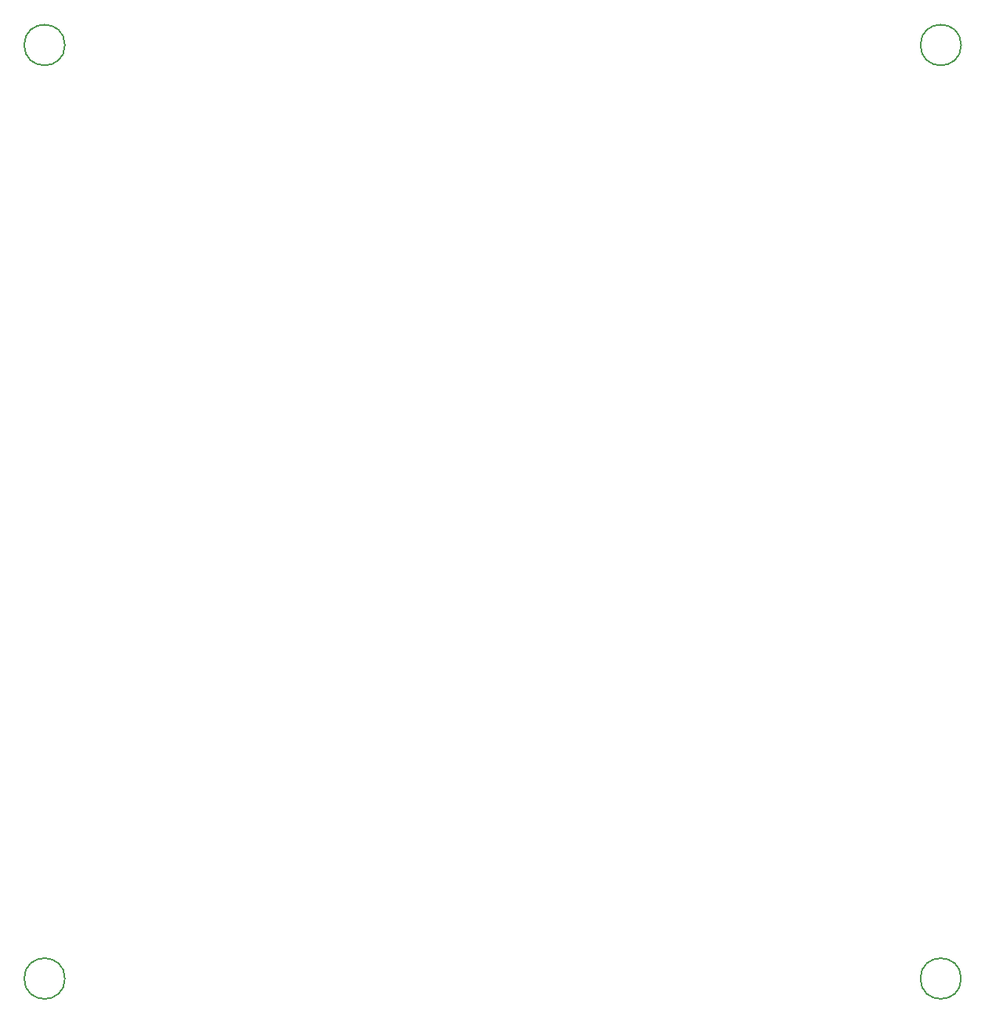
<source format=gbr>
%TF.GenerationSoftware,KiCad,Pcbnew,(6.0.7)*%
%TF.CreationDate,2022-10-27T14:14:11-04:00*%
%TF.ProjectId,BlueTeamPad,426c7565-5465-4616-9d50-61642e6b6963,rev?*%
%TF.SameCoordinates,Original*%
%TF.FileFunction,Other,Comment*%
%FSLAX46Y46*%
G04 Gerber Fmt 4.6, Leading zero omitted, Abs format (unit mm)*
G04 Created by KiCad (PCBNEW (6.0.7)) date 2022-10-27 14:14:11*
%MOMM*%
%LPD*%
G01*
G04 APERTURE LIST*
%ADD10C,0.150000*%
G04 APERTURE END LIST*
D10*
%TO.C,H2*%
X153806250Y-55562500D02*
G75*
G03*
X153806250Y-55562500I-2200000J0D01*
G01*
%TO.C,H1*%
X56968750Y-55562500D02*
G75*
G03*
X56968750Y-55562500I-2200000J0D01*
G01*
%TO.C,H3*%
X56968750Y-156368750D02*
G75*
G03*
X56968750Y-156368750I-2200000J0D01*
G01*
%TO.C,H4*%
X153806250Y-156368750D02*
G75*
G03*
X153806250Y-156368750I-2200000J0D01*
G01*
%TD*%
M02*

</source>
